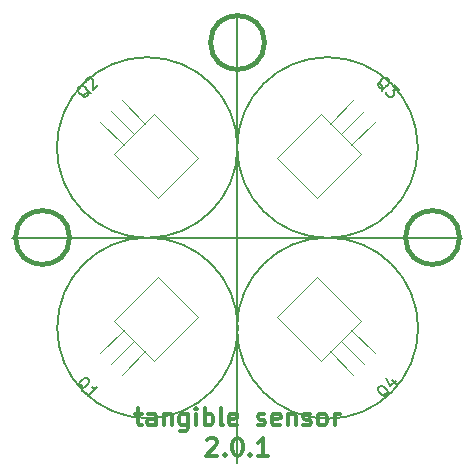
<source format=gto>
G04 #@! TF.FileFunction,Legend,Top*
%FSLAX46Y46*%
G04 Gerber Fmt 4.6, Leading zero omitted, Abs format (unit mm)*
G04 Created by KiCad (PCBNEW 4.0.6-e0-6349~53~ubuntu14.04.1) date Wed May 31 16:50:28 2017*
%MOMM*%
%LPD*%
G01*
G04 APERTURE LIST*
%ADD10C,0.100000*%
%ADD11C,0.300000*%
%ADD12C,0.200000*%
%ADD13C,0.120000*%
%ADD14C,0.381000*%
%ADD15C,0.150000*%
%ADD16C,0.254000*%
G04 APERTURE END LIST*
D10*
D11*
X68827143Y-107623571D02*
X69398572Y-107623571D01*
X69041429Y-107123571D02*
X69041429Y-108409286D01*
X69112857Y-108552143D01*
X69255715Y-108623571D01*
X69398572Y-108623571D01*
X70541429Y-108623571D02*
X70541429Y-107837857D01*
X70470000Y-107695000D01*
X70327143Y-107623571D01*
X70041429Y-107623571D01*
X69898572Y-107695000D01*
X70541429Y-108552143D02*
X70398572Y-108623571D01*
X70041429Y-108623571D01*
X69898572Y-108552143D01*
X69827143Y-108409286D01*
X69827143Y-108266429D01*
X69898572Y-108123571D01*
X70041429Y-108052143D01*
X70398572Y-108052143D01*
X70541429Y-107980714D01*
X71255715Y-107623571D02*
X71255715Y-108623571D01*
X71255715Y-107766429D02*
X71327143Y-107695000D01*
X71470001Y-107623571D01*
X71684286Y-107623571D01*
X71827143Y-107695000D01*
X71898572Y-107837857D01*
X71898572Y-108623571D01*
X73255715Y-107623571D02*
X73255715Y-108837857D01*
X73184286Y-108980714D01*
X73112858Y-109052143D01*
X72970001Y-109123571D01*
X72755715Y-109123571D01*
X72612858Y-109052143D01*
X73255715Y-108552143D02*
X73112858Y-108623571D01*
X72827144Y-108623571D01*
X72684286Y-108552143D01*
X72612858Y-108480714D01*
X72541429Y-108337857D01*
X72541429Y-107909286D01*
X72612858Y-107766429D01*
X72684286Y-107695000D01*
X72827144Y-107623571D01*
X73112858Y-107623571D01*
X73255715Y-107695000D01*
X73970001Y-108623571D02*
X73970001Y-107623571D01*
X73970001Y-107123571D02*
X73898572Y-107195000D01*
X73970001Y-107266429D01*
X74041429Y-107195000D01*
X73970001Y-107123571D01*
X73970001Y-107266429D01*
X74684287Y-108623571D02*
X74684287Y-107123571D01*
X74684287Y-107695000D02*
X74827144Y-107623571D01*
X75112858Y-107623571D01*
X75255715Y-107695000D01*
X75327144Y-107766429D01*
X75398573Y-107909286D01*
X75398573Y-108337857D01*
X75327144Y-108480714D01*
X75255715Y-108552143D01*
X75112858Y-108623571D01*
X74827144Y-108623571D01*
X74684287Y-108552143D01*
X76255716Y-108623571D02*
X76112858Y-108552143D01*
X76041430Y-108409286D01*
X76041430Y-107123571D01*
X77398572Y-108552143D02*
X77255715Y-108623571D01*
X76970001Y-108623571D01*
X76827144Y-108552143D01*
X76755715Y-108409286D01*
X76755715Y-107837857D01*
X76827144Y-107695000D01*
X76970001Y-107623571D01*
X77255715Y-107623571D01*
X77398572Y-107695000D01*
X77470001Y-107837857D01*
X77470001Y-107980714D01*
X76755715Y-108123571D01*
X79184286Y-108552143D02*
X79327143Y-108623571D01*
X79612858Y-108623571D01*
X79755715Y-108552143D01*
X79827143Y-108409286D01*
X79827143Y-108337857D01*
X79755715Y-108195000D01*
X79612858Y-108123571D01*
X79398572Y-108123571D01*
X79255715Y-108052143D01*
X79184286Y-107909286D01*
X79184286Y-107837857D01*
X79255715Y-107695000D01*
X79398572Y-107623571D01*
X79612858Y-107623571D01*
X79755715Y-107695000D01*
X81041429Y-108552143D02*
X80898572Y-108623571D01*
X80612858Y-108623571D01*
X80470001Y-108552143D01*
X80398572Y-108409286D01*
X80398572Y-107837857D01*
X80470001Y-107695000D01*
X80612858Y-107623571D01*
X80898572Y-107623571D01*
X81041429Y-107695000D01*
X81112858Y-107837857D01*
X81112858Y-107980714D01*
X80398572Y-108123571D01*
X81755715Y-107623571D02*
X81755715Y-108623571D01*
X81755715Y-107766429D02*
X81827143Y-107695000D01*
X81970001Y-107623571D01*
X82184286Y-107623571D01*
X82327143Y-107695000D01*
X82398572Y-107837857D01*
X82398572Y-108623571D01*
X83041429Y-108552143D02*
X83184286Y-108623571D01*
X83470001Y-108623571D01*
X83612858Y-108552143D01*
X83684286Y-108409286D01*
X83684286Y-108337857D01*
X83612858Y-108195000D01*
X83470001Y-108123571D01*
X83255715Y-108123571D01*
X83112858Y-108052143D01*
X83041429Y-107909286D01*
X83041429Y-107837857D01*
X83112858Y-107695000D01*
X83255715Y-107623571D01*
X83470001Y-107623571D01*
X83612858Y-107695000D01*
X84541430Y-108623571D02*
X84398572Y-108552143D01*
X84327144Y-108480714D01*
X84255715Y-108337857D01*
X84255715Y-107909286D01*
X84327144Y-107766429D01*
X84398572Y-107695000D01*
X84541430Y-107623571D01*
X84755715Y-107623571D01*
X84898572Y-107695000D01*
X84970001Y-107766429D01*
X85041430Y-107909286D01*
X85041430Y-108337857D01*
X84970001Y-108480714D01*
X84898572Y-108552143D01*
X84755715Y-108623571D01*
X84541430Y-108623571D01*
X85684287Y-108623571D02*
X85684287Y-107623571D01*
X85684287Y-107909286D02*
X85755715Y-107766429D01*
X85827144Y-107695000D01*
X85970001Y-107623571D01*
X86112858Y-107623571D01*
X74898572Y-109816429D02*
X74970001Y-109745000D01*
X75112858Y-109673571D01*
X75470001Y-109673571D01*
X75612858Y-109745000D01*
X75684287Y-109816429D01*
X75755715Y-109959286D01*
X75755715Y-110102143D01*
X75684287Y-110316429D01*
X74827144Y-111173571D01*
X75755715Y-111173571D01*
X76398572Y-111030714D02*
X76470000Y-111102143D01*
X76398572Y-111173571D01*
X76327143Y-111102143D01*
X76398572Y-111030714D01*
X76398572Y-111173571D01*
X77398572Y-109673571D02*
X77541429Y-109673571D01*
X77684286Y-109745000D01*
X77755715Y-109816429D01*
X77827144Y-109959286D01*
X77898572Y-110245000D01*
X77898572Y-110602143D01*
X77827144Y-110887857D01*
X77755715Y-111030714D01*
X77684286Y-111102143D01*
X77541429Y-111173571D01*
X77398572Y-111173571D01*
X77255715Y-111102143D01*
X77184286Y-111030714D01*
X77112858Y-110887857D01*
X77041429Y-110602143D01*
X77041429Y-110245000D01*
X77112858Y-109959286D01*
X77184286Y-109816429D01*
X77255715Y-109745000D01*
X77398572Y-109673571D01*
X78541429Y-111030714D02*
X78612857Y-111102143D01*
X78541429Y-111173571D01*
X78470000Y-111102143D01*
X78541429Y-111030714D01*
X78541429Y-111173571D01*
X80041429Y-111173571D02*
X79184286Y-111173571D01*
X79612858Y-111173571D02*
X79612858Y-109673571D01*
X79470001Y-109887857D01*
X79327143Y-110030714D01*
X79184286Y-110102143D01*
D12*
X58420000Y-92710000D02*
X96520000Y-92710000D01*
X77470000Y-111760000D02*
X77470000Y-73660000D01*
X77470001Y-85090000D02*
G75*
G03X77470001Y-85090000I-7646413J0D01*
G01*
X92762734Y-100382734D02*
G75*
G03X92762734Y-100382734I-7672734J0D01*
G01*
X77496413Y-100356412D02*
G75*
G03X77496413Y-100356412I-7646413J0D01*
G01*
X92736413Y-85090000D02*
G75*
G03X92736413Y-85090000I-7646413J0D01*
G01*
D13*
X65863223Y-82899275D02*
X67836051Y-84872103D01*
X66761249Y-82001249D02*
X68734076Y-83974077D01*
X67659274Y-81103224D02*
X69632102Y-83076052D01*
X67037020Y-85671133D02*
X70431133Y-82277021D01*
X70431133Y-82277021D02*
X74101017Y-85946905D01*
X74101017Y-85946905D02*
X70706904Y-89341018D01*
X70706904Y-89341018D02*
X67037020Y-85671133D01*
X67659275Y-104316777D02*
X69632103Y-102343949D01*
X66761249Y-103418751D02*
X68734077Y-101445924D01*
X65863224Y-102520726D02*
X67836052Y-100547898D01*
X70431133Y-103142980D02*
X67037021Y-99748867D01*
X67037021Y-99748867D02*
X70706905Y-96078983D01*
X70706905Y-96078983D02*
X74101018Y-99473096D01*
X74101018Y-99473096D02*
X70431133Y-103142980D01*
X89076777Y-102520725D02*
X87103949Y-100547897D01*
X88178751Y-103418751D02*
X86205924Y-101445923D01*
X87280726Y-104316776D02*
X85307898Y-102343948D01*
X87902980Y-99748867D02*
X84508867Y-103142979D01*
X84508867Y-103142979D02*
X80838983Y-99473095D01*
X80838983Y-99473095D02*
X84233096Y-96078982D01*
X84233096Y-96078982D02*
X87902980Y-99748867D01*
X87280725Y-81103223D02*
X85307897Y-83076051D01*
X88178751Y-82001249D02*
X86205923Y-83974076D01*
X89076776Y-82899274D02*
X87103948Y-84872102D01*
X84508867Y-82277020D02*
X87902979Y-85671133D01*
X87902979Y-85671133D02*
X84233095Y-89341017D01*
X84233095Y-89341017D02*
X80838982Y-85946904D01*
X80838982Y-85946904D02*
X84508867Y-82277020D01*
D14*
X63246000Y-92710000D02*
G75*
G03X63246000Y-92710000I-2286000J0D01*
G01*
X96266000Y-92710000D02*
G75*
G03X96266000Y-92710000I-2286000J0D01*
G01*
X79756000Y-76200000D02*
G75*
G03X79756000Y-76200000I-2286000J0D01*
G01*
D15*
X65101232Y-80475919D02*
X65000217Y-80509590D01*
X64865530Y-80509590D01*
X64663499Y-80509590D01*
X64562483Y-80543263D01*
X64495140Y-80610606D01*
X64697170Y-80745293D02*
X64596155Y-80778965D01*
X64461468Y-80778965D01*
X64293110Y-80677950D01*
X64057407Y-80442247D01*
X63956392Y-80273888D01*
X63956392Y-80139201D01*
X63990064Y-80038186D01*
X64124751Y-79903499D01*
X64225766Y-79869827D01*
X64360453Y-79869827D01*
X64528812Y-79970842D01*
X64764514Y-80206545D01*
X64865530Y-80374903D01*
X64865530Y-80509590D01*
X64831858Y-80610605D01*
X64697170Y-80745293D01*
X64629827Y-79533110D02*
X64629827Y-79465766D01*
X64663499Y-79364751D01*
X64831858Y-79196392D01*
X64932873Y-79162720D01*
X65000217Y-79162720D01*
X65101232Y-79196392D01*
X65168575Y-79263735D01*
X65235919Y-79398422D01*
X65235919Y-80206545D01*
X65673652Y-79768812D01*
X64326781Y-105718532D02*
X64293110Y-105617517D01*
X64293110Y-105482830D01*
X64293110Y-105280799D01*
X64259437Y-105179783D01*
X64192094Y-105112440D01*
X64057407Y-105314470D02*
X64023735Y-105213455D01*
X64023735Y-105078768D01*
X64124750Y-104910410D01*
X64360453Y-104674707D01*
X64528812Y-104573692D01*
X64663499Y-104573692D01*
X64764514Y-104607364D01*
X64899201Y-104742051D01*
X64932873Y-104843066D01*
X64932873Y-104977753D01*
X64831858Y-105146112D01*
X64596155Y-105381814D01*
X64427797Y-105482830D01*
X64293110Y-105482830D01*
X64192095Y-105449158D01*
X64057407Y-105314470D01*
X65033888Y-106290952D02*
X64629827Y-105886890D01*
X64831857Y-106088921D02*
X65538964Y-105381814D01*
X65370605Y-105415486D01*
X65235919Y-105415486D01*
X65134903Y-105381814D01*
X90478532Y-105853219D02*
X90377517Y-105886890D01*
X90242830Y-105886890D01*
X90040799Y-105886890D01*
X89939783Y-105920563D01*
X89872440Y-105987906D01*
X90074470Y-106122593D02*
X89973455Y-106156265D01*
X89838768Y-106156265D01*
X89670410Y-106055250D01*
X89434707Y-105819547D01*
X89333692Y-105651188D01*
X89333692Y-105516501D01*
X89367364Y-105415486D01*
X89502051Y-105280799D01*
X89603066Y-105247127D01*
X89737753Y-105247127D01*
X89906112Y-105348142D01*
X90141814Y-105583845D01*
X90242830Y-105752203D01*
X90242830Y-105886890D01*
X90209158Y-105987905D01*
X90074470Y-106122593D01*
X90512203Y-104742050D02*
X90983608Y-105213455D01*
X90074470Y-104641036D02*
X90411188Y-105314471D01*
X90848921Y-104876738D01*
X89704081Y-80341232D02*
X89670410Y-80240217D01*
X89670410Y-80105530D01*
X89670410Y-79903499D01*
X89636737Y-79802483D01*
X89569394Y-79735140D01*
X89434707Y-79937170D02*
X89401035Y-79836155D01*
X89401035Y-79701468D01*
X89502050Y-79533110D01*
X89737753Y-79297407D01*
X89906112Y-79196392D01*
X90040799Y-79196392D01*
X90141814Y-79230064D01*
X90276501Y-79364751D01*
X90310173Y-79465766D01*
X90310173Y-79600453D01*
X90209158Y-79768812D01*
X89973455Y-80004514D01*
X89805097Y-80105530D01*
X89670410Y-80105530D01*
X89569395Y-80071858D01*
X89434707Y-79937170D01*
X90680562Y-79768812D02*
X91118295Y-80206545D01*
X90613219Y-80240216D01*
X90714234Y-80341232D01*
X90747906Y-80442247D01*
X90747906Y-80509590D01*
X90714234Y-80610606D01*
X90545875Y-80778965D01*
X90444860Y-80812636D01*
X90377517Y-80812636D01*
X90276501Y-80778965D01*
X90074470Y-80576934D01*
X90040799Y-80475919D01*
X90040799Y-80408575D01*
D16*
M02*

</source>
